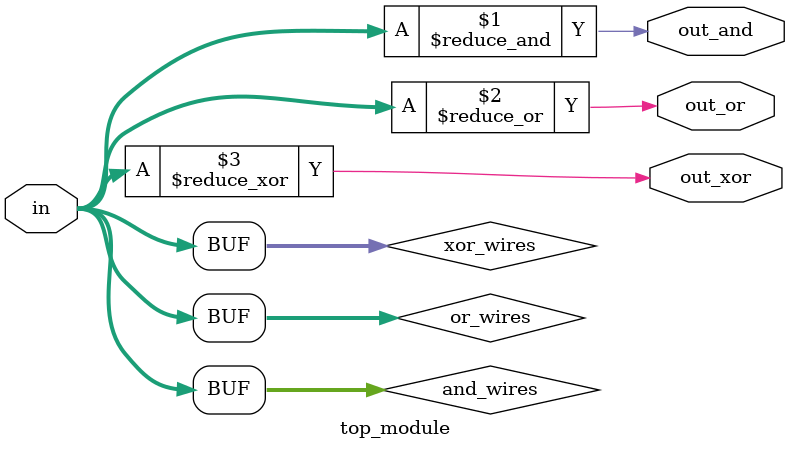
<source format=sv>
module top_module (
    input [99:0] in,
    output out_and,
    output out_or,
    output out_xor
);

wire [99:0] and_wires;
wire [99:0] or_wires;
wire [99:0] xor_wires;

genvar i;
generate
    for (i = 0; i < 100; i = i + 1) begin : gen_and_or_xor
        assign and_wires[i] = in[i];
        assign or_wires[i] = in[i];
        assign xor_wires[i] = in[i];
    end
endgenerate

assign out_and = &and_wires;
assign out_or = |or_wires;
assign out_xor = ^xor_wires;

endmodule

</source>
